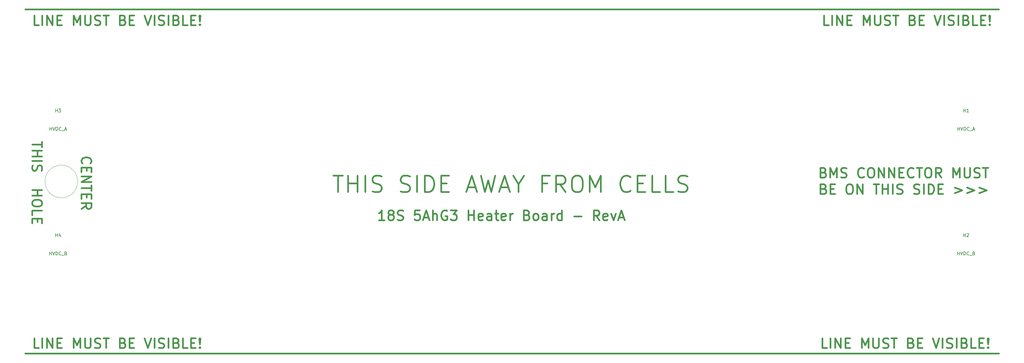
<source format=gto>
%TF.GenerationSoftware,KiCad,Pcbnew,(5.1.9-0-10_14)*%
%TF.CreationDate,2022-11-18T02:47:43-05:00*%
%TF.ProjectId,5AhG3-18S,35416847-332d-4313-9853-2e6b69636164,rev?*%
%TF.SameCoordinates,Original*%
%TF.FileFunction,Legend,Top*%
%TF.FilePolarity,Positive*%
%FSLAX46Y46*%
G04 Gerber Fmt 4.6, Leading zero omitted, Abs format (unit mm)*
G04 Created by KiCad (PCBNEW (5.1.9-0-10_14)) date 2022-11-18 02:47:43*
%MOMM*%
%LPD*%
G01*
G04 APERTURE LIST*
%ADD10C,0.150000*%
%ADD11C,0.500000*%
%ADD12C,0.120000*%
G04 APERTURE END LIST*
D10*
X81404761Y-158452380D02*
X81404761Y-157452380D01*
X81404761Y-157928571D02*
X81976190Y-157928571D01*
X81976190Y-158452380D02*
X81976190Y-157452380D01*
X82309523Y-157452380D02*
X82642857Y-158452380D01*
X82976190Y-157452380D01*
X83309523Y-158452380D02*
X83309523Y-157452380D01*
X83547619Y-157452380D01*
X83690476Y-157500000D01*
X83785714Y-157595238D01*
X83833333Y-157690476D01*
X83880952Y-157880952D01*
X83880952Y-158023809D01*
X83833333Y-158214285D01*
X83785714Y-158309523D01*
X83690476Y-158404761D01*
X83547619Y-158452380D01*
X83309523Y-158452380D01*
X84880952Y-158357142D02*
X84833333Y-158404761D01*
X84690476Y-158452380D01*
X84595238Y-158452380D01*
X84452380Y-158404761D01*
X84357142Y-158309523D01*
X84309523Y-158214285D01*
X84261904Y-158023809D01*
X84261904Y-157880952D01*
X84309523Y-157690476D01*
X84357142Y-157595238D01*
X84452380Y-157500000D01*
X84595238Y-157452380D01*
X84690476Y-157452380D01*
X84833333Y-157500000D01*
X84880952Y-157547619D01*
X85071428Y-158547619D02*
X85833333Y-158547619D01*
X86404761Y-157928571D02*
X86547619Y-157976190D01*
X86595238Y-158023809D01*
X86642857Y-158119047D01*
X86642857Y-158261904D01*
X86595238Y-158357142D01*
X86547619Y-158404761D01*
X86452380Y-158452380D01*
X86071428Y-158452380D01*
X86071428Y-157452380D01*
X86404761Y-157452380D01*
X86500000Y-157500000D01*
X86547619Y-157547619D01*
X86595238Y-157642857D01*
X86595238Y-157738095D01*
X86547619Y-157833333D01*
X86500000Y-157880952D01*
X86404761Y-157928571D01*
X86071428Y-157928571D01*
X357904761Y-158452380D02*
X357904761Y-157452380D01*
X357904761Y-157928571D02*
X358476190Y-157928571D01*
X358476190Y-158452380D02*
X358476190Y-157452380D01*
X358809523Y-157452380D02*
X359142857Y-158452380D01*
X359476190Y-157452380D01*
X359809523Y-158452380D02*
X359809523Y-157452380D01*
X360047619Y-157452380D01*
X360190476Y-157500000D01*
X360285714Y-157595238D01*
X360333333Y-157690476D01*
X360380952Y-157880952D01*
X360380952Y-158023809D01*
X360333333Y-158214285D01*
X360285714Y-158309523D01*
X360190476Y-158404761D01*
X360047619Y-158452380D01*
X359809523Y-158452380D01*
X361380952Y-158357142D02*
X361333333Y-158404761D01*
X361190476Y-158452380D01*
X361095238Y-158452380D01*
X360952380Y-158404761D01*
X360857142Y-158309523D01*
X360809523Y-158214285D01*
X360761904Y-158023809D01*
X360761904Y-157880952D01*
X360809523Y-157690476D01*
X360857142Y-157595238D01*
X360952380Y-157500000D01*
X361095238Y-157452380D01*
X361190476Y-157452380D01*
X361333333Y-157500000D01*
X361380952Y-157547619D01*
X361571428Y-158547619D02*
X362333333Y-158547619D01*
X362904761Y-157928571D02*
X363047619Y-157976190D01*
X363095238Y-158023809D01*
X363142857Y-158119047D01*
X363142857Y-158261904D01*
X363095238Y-158357142D01*
X363047619Y-158404761D01*
X362952380Y-158452380D01*
X362571428Y-158452380D01*
X362571428Y-157452380D01*
X362904761Y-157452380D01*
X363000000Y-157500000D01*
X363047619Y-157547619D01*
X363095238Y-157642857D01*
X363095238Y-157738095D01*
X363047619Y-157833333D01*
X363000000Y-157880952D01*
X362904761Y-157928571D01*
X362571428Y-157928571D01*
X357976190Y-120452380D02*
X357976190Y-119452380D01*
X357976190Y-119928571D02*
X358547619Y-119928571D01*
X358547619Y-120452380D02*
X358547619Y-119452380D01*
X358880952Y-119452380D02*
X359214285Y-120452380D01*
X359547619Y-119452380D01*
X359880952Y-120452380D02*
X359880952Y-119452380D01*
X360119047Y-119452380D01*
X360261904Y-119500000D01*
X360357142Y-119595238D01*
X360404761Y-119690476D01*
X360452380Y-119880952D01*
X360452380Y-120023809D01*
X360404761Y-120214285D01*
X360357142Y-120309523D01*
X360261904Y-120404761D01*
X360119047Y-120452380D01*
X359880952Y-120452380D01*
X361452380Y-120357142D02*
X361404761Y-120404761D01*
X361261904Y-120452380D01*
X361166666Y-120452380D01*
X361023809Y-120404761D01*
X360928571Y-120309523D01*
X360880952Y-120214285D01*
X360833333Y-120023809D01*
X360833333Y-119880952D01*
X360880952Y-119690476D01*
X360928571Y-119595238D01*
X361023809Y-119500000D01*
X361166666Y-119452380D01*
X361261904Y-119452380D01*
X361404761Y-119500000D01*
X361452380Y-119547619D01*
X361642857Y-120547619D02*
X362404761Y-120547619D01*
X362595238Y-120166666D02*
X363071428Y-120166666D01*
X362500000Y-120452380D02*
X362833333Y-119452380D01*
X363166666Y-120452380D01*
X81476190Y-120452380D02*
X81476190Y-119452380D01*
X81476190Y-119928571D02*
X82047619Y-119928571D01*
X82047619Y-120452380D02*
X82047619Y-119452380D01*
X82380952Y-119452380D02*
X82714285Y-120452380D01*
X83047619Y-119452380D01*
X83380952Y-120452380D02*
X83380952Y-119452380D01*
X83619047Y-119452380D01*
X83761904Y-119500000D01*
X83857142Y-119595238D01*
X83904761Y-119690476D01*
X83952380Y-119880952D01*
X83952380Y-120023809D01*
X83904761Y-120214285D01*
X83857142Y-120309523D01*
X83761904Y-120404761D01*
X83619047Y-120452380D01*
X83380952Y-120452380D01*
X84952380Y-120357142D02*
X84904761Y-120404761D01*
X84761904Y-120452380D01*
X84666666Y-120452380D01*
X84523809Y-120404761D01*
X84428571Y-120309523D01*
X84380952Y-120214285D01*
X84333333Y-120023809D01*
X84333333Y-119880952D01*
X84380952Y-119690476D01*
X84428571Y-119595238D01*
X84523809Y-119500000D01*
X84666666Y-119452380D01*
X84761904Y-119452380D01*
X84904761Y-119500000D01*
X84952380Y-119547619D01*
X85142857Y-120547619D02*
X85904761Y-120547619D01*
X86095238Y-120166666D02*
X86571428Y-120166666D01*
X86000000Y-120452380D02*
X86333333Y-119452380D01*
X86666666Y-120452380D01*
D11*
X167833333Y-134261904D02*
X170690476Y-134261904D01*
X169261904Y-139261904D02*
X169261904Y-134261904D01*
X172357142Y-139261904D02*
X172357142Y-134261904D01*
X172357142Y-136642857D02*
X175214285Y-136642857D01*
X175214285Y-139261904D02*
X175214285Y-134261904D01*
X177595238Y-139261904D02*
X177595238Y-134261904D01*
X179738095Y-139023809D02*
X180452380Y-139261904D01*
X181642857Y-139261904D01*
X182119047Y-139023809D01*
X182357142Y-138785714D01*
X182595238Y-138309523D01*
X182595238Y-137833333D01*
X182357142Y-137357142D01*
X182119047Y-137119047D01*
X181642857Y-136880952D01*
X180690476Y-136642857D01*
X180214285Y-136404761D01*
X179976190Y-136166666D01*
X179738095Y-135690476D01*
X179738095Y-135214285D01*
X179976190Y-134738095D01*
X180214285Y-134500000D01*
X180690476Y-134261904D01*
X181880952Y-134261904D01*
X182595238Y-134500000D01*
X188309523Y-139023809D02*
X189023809Y-139261904D01*
X190214285Y-139261904D01*
X190690476Y-139023809D01*
X190928571Y-138785714D01*
X191166666Y-138309523D01*
X191166666Y-137833333D01*
X190928571Y-137357142D01*
X190690476Y-137119047D01*
X190214285Y-136880952D01*
X189261904Y-136642857D01*
X188785714Y-136404761D01*
X188547619Y-136166666D01*
X188309523Y-135690476D01*
X188309523Y-135214285D01*
X188547619Y-134738095D01*
X188785714Y-134500000D01*
X189261904Y-134261904D01*
X190452380Y-134261904D01*
X191166666Y-134500000D01*
X193309523Y-139261904D02*
X193309523Y-134261904D01*
X195690476Y-139261904D02*
X195690476Y-134261904D01*
X196880952Y-134261904D01*
X197595238Y-134500000D01*
X198071428Y-134976190D01*
X198309523Y-135452380D01*
X198547619Y-136404761D01*
X198547619Y-137119047D01*
X198309523Y-138071428D01*
X198071428Y-138547619D01*
X197595238Y-139023809D01*
X196880952Y-139261904D01*
X195690476Y-139261904D01*
X200690476Y-136642857D02*
X202357142Y-136642857D01*
X203071428Y-139261904D02*
X200690476Y-139261904D01*
X200690476Y-134261904D01*
X203071428Y-134261904D01*
X208785714Y-137833333D02*
X211166666Y-137833333D01*
X208309523Y-139261904D02*
X209976190Y-134261904D01*
X211642857Y-139261904D01*
X212833333Y-134261904D02*
X214023809Y-139261904D01*
X214976190Y-135690476D01*
X215928571Y-139261904D01*
X217119047Y-134261904D01*
X218785714Y-137833333D02*
X221166666Y-137833333D01*
X218309523Y-139261904D02*
X219976190Y-134261904D01*
X221642857Y-139261904D01*
X224261904Y-136880952D02*
X224261904Y-139261904D01*
X222595238Y-134261904D02*
X224261904Y-136880952D01*
X225928571Y-134261904D01*
X233071428Y-136642857D02*
X231404761Y-136642857D01*
X231404761Y-139261904D02*
X231404761Y-134261904D01*
X233785714Y-134261904D01*
X238547619Y-139261904D02*
X236880952Y-136880952D01*
X235690476Y-139261904D02*
X235690476Y-134261904D01*
X237595238Y-134261904D01*
X238071428Y-134500000D01*
X238309523Y-134738095D01*
X238547619Y-135214285D01*
X238547619Y-135928571D01*
X238309523Y-136404761D01*
X238071428Y-136642857D01*
X237595238Y-136880952D01*
X235690476Y-136880952D01*
X241642857Y-134261904D02*
X242595238Y-134261904D01*
X243071428Y-134500000D01*
X243547619Y-134976190D01*
X243785714Y-135928571D01*
X243785714Y-137595238D01*
X243547619Y-138547619D01*
X243071428Y-139023809D01*
X242595238Y-139261904D01*
X241642857Y-139261904D01*
X241166666Y-139023809D01*
X240690476Y-138547619D01*
X240452380Y-137595238D01*
X240452380Y-135928571D01*
X240690476Y-134976190D01*
X241166666Y-134500000D01*
X241642857Y-134261904D01*
X245928571Y-139261904D02*
X245928571Y-134261904D01*
X247595238Y-137833333D01*
X249261904Y-134261904D01*
X249261904Y-139261904D01*
X258309523Y-138785714D02*
X258071428Y-139023809D01*
X257357142Y-139261904D01*
X256880952Y-139261904D01*
X256166666Y-139023809D01*
X255690476Y-138547619D01*
X255452380Y-138071428D01*
X255214285Y-137119047D01*
X255214285Y-136404761D01*
X255452380Y-135452380D01*
X255690476Y-134976190D01*
X256166666Y-134500000D01*
X256880952Y-134261904D01*
X257357142Y-134261904D01*
X258071428Y-134500000D01*
X258309523Y-134738095D01*
X260452380Y-136642857D02*
X262119047Y-136642857D01*
X262833333Y-139261904D02*
X260452380Y-139261904D01*
X260452380Y-134261904D01*
X262833333Y-134261904D01*
X267357142Y-139261904D02*
X264976190Y-139261904D01*
X264976190Y-134261904D01*
X271404761Y-139261904D02*
X269023809Y-139261904D01*
X269023809Y-134261904D01*
X272833333Y-139023809D02*
X273547619Y-139261904D01*
X274738095Y-139261904D01*
X275214285Y-139023809D01*
X275452380Y-138785714D01*
X275690476Y-138309523D01*
X275690476Y-137833333D01*
X275452380Y-137357142D01*
X275214285Y-137119047D01*
X274738095Y-136880952D01*
X273785714Y-136642857D01*
X273309523Y-136404761D01*
X273071428Y-136166666D01*
X272833333Y-135690476D01*
X272833333Y-135214285D01*
X273071428Y-134738095D01*
X273309523Y-134500000D01*
X273785714Y-134261904D01*
X274976190Y-134261904D01*
X275690476Y-134500000D01*
X183428571Y-147857142D02*
X181714285Y-147857142D01*
X182571428Y-147857142D02*
X182571428Y-144857142D01*
X182285714Y-145285714D01*
X182000000Y-145571428D01*
X181714285Y-145714285D01*
X185142857Y-146142857D02*
X184857142Y-146000000D01*
X184714285Y-145857142D01*
X184571428Y-145571428D01*
X184571428Y-145428571D01*
X184714285Y-145142857D01*
X184857142Y-145000000D01*
X185142857Y-144857142D01*
X185714285Y-144857142D01*
X186000000Y-145000000D01*
X186142857Y-145142857D01*
X186285714Y-145428571D01*
X186285714Y-145571428D01*
X186142857Y-145857142D01*
X186000000Y-146000000D01*
X185714285Y-146142857D01*
X185142857Y-146142857D01*
X184857142Y-146285714D01*
X184714285Y-146428571D01*
X184571428Y-146714285D01*
X184571428Y-147285714D01*
X184714285Y-147571428D01*
X184857142Y-147714285D01*
X185142857Y-147857142D01*
X185714285Y-147857142D01*
X186000000Y-147714285D01*
X186142857Y-147571428D01*
X186285714Y-147285714D01*
X186285714Y-146714285D01*
X186142857Y-146428571D01*
X186000000Y-146285714D01*
X185714285Y-146142857D01*
X187428571Y-147714285D02*
X187857142Y-147857142D01*
X188571428Y-147857142D01*
X188857142Y-147714285D01*
X189000000Y-147571428D01*
X189142857Y-147285714D01*
X189142857Y-147000000D01*
X189000000Y-146714285D01*
X188857142Y-146571428D01*
X188571428Y-146428571D01*
X188000000Y-146285714D01*
X187714285Y-146142857D01*
X187571428Y-146000000D01*
X187428571Y-145714285D01*
X187428571Y-145428571D01*
X187571428Y-145142857D01*
X187714285Y-145000000D01*
X188000000Y-144857142D01*
X188714285Y-144857142D01*
X189142857Y-145000000D01*
X194142857Y-144857142D02*
X192714285Y-144857142D01*
X192571428Y-146285714D01*
X192714285Y-146142857D01*
X193000000Y-146000000D01*
X193714285Y-146000000D01*
X194000000Y-146142857D01*
X194142857Y-146285714D01*
X194285714Y-146571428D01*
X194285714Y-147285714D01*
X194142857Y-147571428D01*
X194000000Y-147714285D01*
X193714285Y-147857142D01*
X193000000Y-147857142D01*
X192714285Y-147714285D01*
X192571428Y-147571428D01*
X195428571Y-147000000D02*
X196857142Y-147000000D01*
X195142857Y-147857142D02*
X196142857Y-144857142D01*
X197142857Y-147857142D01*
X198142857Y-147857142D02*
X198142857Y-144857142D01*
X199428571Y-147857142D02*
X199428571Y-146285714D01*
X199285714Y-146000000D01*
X199000000Y-145857142D01*
X198571428Y-145857142D01*
X198285714Y-146000000D01*
X198142857Y-146142857D01*
X202428571Y-145000000D02*
X202142857Y-144857142D01*
X201714285Y-144857142D01*
X201285714Y-145000000D01*
X201000000Y-145285714D01*
X200857142Y-145571428D01*
X200714285Y-146142857D01*
X200714285Y-146571428D01*
X200857142Y-147142857D01*
X201000000Y-147428571D01*
X201285714Y-147714285D01*
X201714285Y-147857142D01*
X202000000Y-147857142D01*
X202428571Y-147714285D01*
X202571428Y-147571428D01*
X202571428Y-146571428D01*
X202000000Y-146571428D01*
X203571428Y-144857142D02*
X205428571Y-144857142D01*
X204428571Y-146000000D01*
X204857142Y-146000000D01*
X205142857Y-146142857D01*
X205285714Y-146285714D01*
X205428571Y-146571428D01*
X205428571Y-147285714D01*
X205285714Y-147571428D01*
X205142857Y-147714285D01*
X204857142Y-147857142D01*
X204000000Y-147857142D01*
X203714285Y-147714285D01*
X203571428Y-147571428D01*
X209000000Y-147857142D02*
X209000000Y-144857142D01*
X209000000Y-146285714D02*
X210714285Y-146285714D01*
X210714285Y-147857142D02*
X210714285Y-144857142D01*
X213285714Y-147714285D02*
X213000000Y-147857142D01*
X212428571Y-147857142D01*
X212142857Y-147714285D01*
X212000000Y-147428571D01*
X212000000Y-146285714D01*
X212142857Y-146000000D01*
X212428571Y-145857142D01*
X213000000Y-145857142D01*
X213285714Y-146000000D01*
X213428571Y-146285714D01*
X213428571Y-146571428D01*
X212000000Y-146857142D01*
X216000000Y-147857142D02*
X216000000Y-146285714D01*
X215857142Y-146000000D01*
X215571428Y-145857142D01*
X215000000Y-145857142D01*
X214714285Y-146000000D01*
X216000000Y-147714285D02*
X215714285Y-147857142D01*
X215000000Y-147857142D01*
X214714285Y-147714285D01*
X214571428Y-147428571D01*
X214571428Y-147142857D01*
X214714285Y-146857142D01*
X215000000Y-146714285D01*
X215714285Y-146714285D01*
X216000000Y-146571428D01*
X217000000Y-145857142D02*
X218142857Y-145857142D01*
X217428571Y-144857142D02*
X217428571Y-147428571D01*
X217571428Y-147714285D01*
X217857142Y-147857142D01*
X218142857Y-147857142D01*
X220285714Y-147714285D02*
X220000000Y-147857142D01*
X219428571Y-147857142D01*
X219142857Y-147714285D01*
X219000000Y-147428571D01*
X219000000Y-146285714D01*
X219142857Y-146000000D01*
X219428571Y-145857142D01*
X220000000Y-145857142D01*
X220285714Y-146000000D01*
X220428571Y-146285714D01*
X220428571Y-146571428D01*
X219000000Y-146857142D01*
X221714285Y-147857142D02*
X221714285Y-145857142D01*
X221714285Y-146428571D02*
X221857142Y-146142857D01*
X222000000Y-146000000D01*
X222285714Y-145857142D01*
X222571428Y-145857142D01*
X226857142Y-146285714D02*
X227285714Y-146428571D01*
X227428571Y-146571428D01*
X227571428Y-146857142D01*
X227571428Y-147285714D01*
X227428571Y-147571428D01*
X227285714Y-147714285D01*
X227000000Y-147857142D01*
X225857142Y-147857142D01*
X225857142Y-144857142D01*
X226857142Y-144857142D01*
X227142857Y-145000000D01*
X227285714Y-145142857D01*
X227428571Y-145428571D01*
X227428571Y-145714285D01*
X227285714Y-146000000D01*
X227142857Y-146142857D01*
X226857142Y-146285714D01*
X225857142Y-146285714D01*
X229285714Y-147857142D02*
X229000000Y-147714285D01*
X228857142Y-147571428D01*
X228714285Y-147285714D01*
X228714285Y-146428571D01*
X228857142Y-146142857D01*
X229000000Y-146000000D01*
X229285714Y-145857142D01*
X229714285Y-145857142D01*
X230000000Y-146000000D01*
X230142857Y-146142857D01*
X230285714Y-146428571D01*
X230285714Y-147285714D01*
X230142857Y-147571428D01*
X230000000Y-147714285D01*
X229714285Y-147857142D01*
X229285714Y-147857142D01*
X232857142Y-147857142D02*
X232857142Y-146285714D01*
X232714285Y-146000000D01*
X232428571Y-145857142D01*
X231857142Y-145857142D01*
X231571428Y-146000000D01*
X232857142Y-147714285D02*
X232571428Y-147857142D01*
X231857142Y-147857142D01*
X231571428Y-147714285D01*
X231428571Y-147428571D01*
X231428571Y-147142857D01*
X231571428Y-146857142D01*
X231857142Y-146714285D01*
X232571428Y-146714285D01*
X232857142Y-146571428D01*
X234285714Y-147857142D02*
X234285714Y-145857142D01*
X234285714Y-146428571D02*
X234428571Y-146142857D01*
X234571428Y-146000000D01*
X234857142Y-145857142D01*
X235142857Y-145857142D01*
X237428571Y-147857142D02*
X237428571Y-144857142D01*
X237428571Y-147714285D02*
X237142857Y-147857142D01*
X236571428Y-147857142D01*
X236285714Y-147714285D01*
X236142857Y-147571428D01*
X236000000Y-147285714D01*
X236000000Y-146428571D01*
X236142857Y-146142857D01*
X236285714Y-146000000D01*
X236571428Y-145857142D01*
X237142857Y-145857142D01*
X237428571Y-146000000D01*
X241142857Y-146714285D02*
X243428571Y-146714285D01*
X248857142Y-147857142D02*
X247857142Y-146428571D01*
X247142857Y-147857142D02*
X247142857Y-144857142D01*
X248285714Y-144857142D01*
X248571428Y-145000000D01*
X248714285Y-145142857D01*
X248857142Y-145428571D01*
X248857142Y-145857142D01*
X248714285Y-146142857D01*
X248571428Y-146285714D01*
X248285714Y-146428571D01*
X247142857Y-146428571D01*
X251285714Y-147714285D02*
X251000000Y-147857142D01*
X250428571Y-147857142D01*
X250142857Y-147714285D01*
X250000000Y-147428571D01*
X250000000Y-146285714D01*
X250142857Y-146000000D01*
X250428571Y-145857142D01*
X251000000Y-145857142D01*
X251285714Y-146000000D01*
X251428571Y-146285714D01*
X251428571Y-146571428D01*
X250000000Y-146857142D01*
X252428571Y-145857142D02*
X253142857Y-147857142D01*
X253857142Y-145857142D01*
X254857142Y-147000000D02*
X256285714Y-147000000D01*
X254571428Y-147857142D02*
X255571428Y-144857142D01*
X256571428Y-147857142D01*
X317142857Y-133285714D02*
X317571428Y-133428571D01*
X317714285Y-133571428D01*
X317857142Y-133857142D01*
X317857142Y-134285714D01*
X317714285Y-134571428D01*
X317571428Y-134714285D01*
X317285714Y-134857142D01*
X316142857Y-134857142D01*
X316142857Y-131857142D01*
X317142857Y-131857142D01*
X317428571Y-132000000D01*
X317571428Y-132142857D01*
X317714285Y-132428571D01*
X317714285Y-132714285D01*
X317571428Y-133000000D01*
X317428571Y-133142857D01*
X317142857Y-133285714D01*
X316142857Y-133285714D01*
X319142857Y-134857142D02*
X319142857Y-131857142D01*
X320142857Y-134000000D01*
X321142857Y-131857142D01*
X321142857Y-134857142D01*
X322428571Y-134714285D02*
X322857142Y-134857142D01*
X323571428Y-134857142D01*
X323857142Y-134714285D01*
X324000000Y-134571428D01*
X324142857Y-134285714D01*
X324142857Y-134000000D01*
X324000000Y-133714285D01*
X323857142Y-133571428D01*
X323571428Y-133428571D01*
X323000000Y-133285714D01*
X322714285Y-133142857D01*
X322571428Y-133000000D01*
X322428571Y-132714285D01*
X322428571Y-132428571D01*
X322571428Y-132142857D01*
X322714285Y-132000000D01*
X323000000Y-131857142D01*
X323714285Y-131857142D01*
X324142857Y-132000000D01*
X329428571Y-134571428D02*
X329285714Y-134714285D01*
X328857142Y-134857142D01*
X328571428Y-134857142D01*
X328142857Y-134714285D01*
X327857142Y-134428571D01*
X327714285Y-134142857D01*
X327571428Y-133571428D01*
X327571428Y-133142857D01*
X327714285Y-132571428D01*
X327857142Y-132285714D01*
X328142857Y-132000000D01*
X328571428Y-131857142D01*
X328857142Y-131857142D01*
X329285714Y-132000000D01*
X329428571Y-132142857D01*
X331285714Y-131857142D02*
X331857142Y-131857142D01*
X332142857Y-132000000D01*
X332428571Y-132285714D01*
X332571428Y-132857142D01*
X332571428Y-133857142D01*
X332428571Y-134428571D01*
X332142857Y-134714285D01*
X331857142Y-134857142D01*
X331285714Y-134857142D01*
X331000000Y-134714285D01*
X330714285Y-134428571D01*
X330571428Y-133857142D01*
X330571428Y-132857142D01*
X330714285Y-132285714D01*
X331000000Y-132000000D01*
X331285714Y-131857142D01*
X333857142Y-134857142D02*
X333857142Y-131857142D01*
X335571428Y-134857142D01*
X335571428Y-131857142D01*
X337000000Y-134857142D02*
X337000000Y-131857142D01*
X338714285Y-134857142D01*
X338714285Y-131857142D01*
X340142857Y-133285714D02*
X341142857Y-133285714D01*
X341571428Y-134857142D02*
X340142857Y-134857142D01*
X340142857Y-131857142D01*
X341571428Y-131857142D01*
X344571428Y-134571428D02*
X344428571Y-134714285D01*
X344000000Y-134857142D01*
X343714285Y-134857142D01*
X343285714Y-134714285D01*
X343000000Y-134428571D01*
X342857142Y-134142857D01*
X342714285Y-133571428D01*
X342714285Y-133142857D01*
X342857142Y-132571428D01*
X343000000Y-132285714D01*
X343285714Y-132000000D01*
X343714285Y-131857142D01*
X344000000Y-131857142D01*
X344428571Y-132000000D01*
X344571428Y-132142857D01*
X345428571Y-131857142D02*
X347142857Y-131857142D01*
X346285714Y-134857142D02*
X346285714Y-131857142D01*
X348714285Y-131857142D02*
X349285714Y-131857142D01*
X349571428Y-132000000D01*
X349857142Y-132285714D01*
X350000000Y-132857142D01*
X350000000Y-133857142D01*
X349857142Y-134428571D01*
X349571428Y-134714285D01*
X349285714Y-134857142D01*
X348714285Y-134857142D01*
X348428571Y-134714285D01*
X348142857Y-134428571D01*
X347999999Y-133857142D01*
X347999999Y-132857142D01*
X348142857Y-132285714D01*
X348428571Y-132000000D01*
X348714285Y-131857142D01*
X352999999Y-134857142D02*
X351999999Y-133428571D01*
X351285714Y-134857142D02*
X351285714Y-131857142D01*
X352428571Y-131857142D01*
X352714285Y-132000000D01*
X352857142Y-132142857D01*
X352999999Y-132428571D01*
X352999999Y-132857142D01*
X352857142Y-133142857D01*
X352714285Y-133285714D01*
X352428571Y-133428571D01*
X351285714Y-133428571D01*
X356571428Y-134857142D02*
X356571428Y-131857142D01*
X357571428Y-134000000D01*
X358571428Y-131857142D01*
X358571428Y-134857142D01*
X359999999Y-131857142D02*
X359999999Y-134285714D01*
X360142857Y-134571428D01*
X360285714Y-134714285D01*
X360571428Y-134857142D01*
X361142857Y-134857142D01*
X361428571Y-134714285D01*
X361571428Y-134571428D01*
X361714285Y-134285714D01*
X361714285Y-131857142D01*
X362999999Y-134714285D02*
X363428571Y-134857142D01*
X364142857Y-134857142D01*
X364428571Y-134714285D01*
X364571428Y-134571428D01*
X364714285Y-134285714D01*
X364714285Y-134000000D01*
X364571428Y-133714285D01*
X364428571Y-133571428D01*
X364142857Y-133428571D01*
X363571428Y-133285714D01*
X363285714Y-133142857D01*
X363142857Y-133000000D01*
X362999999Y-132714285D01*
X362999999Y-132428571D01*
X363142857Y-132142857D01*
X363285714Y-132000000D01*
X363571428Y-131857142D01*
X364285714Y-131857142D01*
X364714285Y-132000000D01*
X365571428Y-131857142D02*
X367285714Y-131857142D01*
X366428571Y-134857142D02*
X366428571Y-131857142D01*
X317214285Y-138285714D02*
X317642857Y-138428571D01*
X317785714Y-138571428D01*
X317928571Y-138857142D01*
X317928571Y-139285714D01*
X317785714Y-139571428D01*
X317642857Y-139714285D01*
X317357142Y-139857142D01*
X316214285Y-139857142D01*
X316214285Y-136857142D01*
X317214285Y-136857142D01*
X317500000Y-137000000D01*
X317642857Y-137142857D01*
X317785714Y-137428571D01*
X317785714Y-137714285D01*
X317642857Y-138000000D01*
X317500000Y-138142857D01*
X317214285Y-138285714D01*
X316214285Y-138285714D01*
X319214285Y-138285714D02*
X320214285Y-138285714D01*
X320642857Y-139857142D02*
X319214285Y-139857142D01*
X319214285Y-136857142D01*
X320642857Y-136857142D01*
X324785714Y-136857142D02*
X325357142Y-136857142D01*
X325642857Y-137000000D01*
X325928571Y-137285714D01*
X326071428Y-137857142D01*
X326071428Y-138857142D01*
X325928571Y-139428571D01*
X325642857Y-139714285D01*
X325357142Y-139857142D01*
X324785714Y-139857142D01*
X324500000Y-139714285D01*
X324214285Y-139428571D01*
X324071428Y-138857142D01*
X324071428Y-137857142D01*
X324214285Y-137285714D01*
X324500000Y-137000000D01*
X324785714Y-136857142D01*
X327357142Y-139857142D02*
X327357142Y-136857142D01*
X329071428Y-139857142D01*
X329071428Y-136857142D01*
X332357142Y-136857142D02*
X334071428Y-136857142D01*
X333214285Y-139857142D02*
X333214285Y-136857142D01*
X335071428Y-139857142D02*
X335071428Y-136857142D01*
X335071428Y-138285714D02*
X336785714Y-138285714D01*
X336785714Y-139857142D02*
X336785714Y-136857142D01*
X338214285Y-139857142D02*
X338214285Y-136857142D01*
X339500000Y-139714285D02*
X339928571Y-139857142D01*
X340642857Y-139857142D01*
X340928571Y-139714285D01*
X341071428Y-139571428D01*
X341214285Y-139285714D01*
X341214285Y-139000000D01*
X341071428Y-138714285D01*
X340928571Y-138571428D01*
X340642857Y-138428571D01*
X340071428Y-138285714D01*
X339785714Y-138142857D01*
X339642857Y-138000000D01*
X339500000Y-137714285D01*
X339500000Y-137428571D01*
X339642857Y-137142857D01*
X339785714Y-137000000D01*
X340071428Y-136857142D01*
X340785714Y-136857142D01*
X341214285Y-137000000D01*
X344642857Y-139714285D02*
X345071428Y-139857142D01*
X345785714Y-139857142D01*
X346071428Y-139714285D01*
X346214285Y-139571428D01*
X346357142Y-139285714D01*
X346357142Y-139000000D01*
X346214285Y-138714285D01*
X346071428Y-138571428D01*
X345785714Y-138428571D01*
X345214285Y-138285714D01*
X344928571Y-138142857D01*
X344785714Y-138000000D01*
X344642857Y-137714285D01*
X344642857Y-137428571D01*
X344785714Y-137142857D01*
X344928571Y-137000000D01*
X345214285Y-136857142D01*
X345928571Y-136857142D01*
X346357142Y-137000000D01*
X347642857Y-139857142D02*
X347642857Y-136857142D01*
X349071428Y-139857142D02*
X349071428Y-136857142D01*
X349785714Y-136857142D01*
X350214285Y-137000000D01*
X350500000Y-137285714D01*
X350642857Y-137571428D01*
X350785714Y-138142857D01*
X350785714Y-138571428D01*
X350642857Y-139142857D01*
X350500000Y-139428571D01*
X350214285Y-139714285D01*
X349785714Y-139857142D01*
X349071428Y-139857142D01*
X352071428Y-138285714D02*
X353071428Y-138285714D01*
X353500000Y-139857142D02*
X352071428Y-139857142D01*
X352071428Y-136857142D01*
X353500000Y-136857142D01*
X357071428Y-137857142D02*
X359357142Y-138714285D01*
X357071428Y-139571428D01*
X360785714Y-137857142D02*
X363071428Y-138714285D01*
X360785714Y-139571428D01*
X364500000Y-137857142D02*
X366785714Y-138714285D01*
X364500000Y-139571428D01*
X78214285Y-186857142D02*
X76785714Y-186857142D01*
X76785714Y-183857142D01*
X79214285Y-186857142D02*
X79214285Y-183857142D01*
X80642857Y-186857142D02*
X80642857Y-183857142D01*
X82357142Y-186857142D01*
X82357142Y-183857142D01*
X83785714Y-185285714D02*
X84785714Y-185285714D01*
X85214285Y-186857142D02*
X83785714Y-186857142D01*
X83785714Y-183857142D01*
X85214285Y-183857142D01*
X88785714Y-186857142D02*
X88785714Y-183857142D01*
X89785714Y-186000000D01*
X90785714Y-183857142D01*
X90785714Y-186857142D01*
X92214285Y-183857142D02*
X92214285Y-186285714D01*
X92357142Y-186571428D01*
X92500000Y-186714285D01*
X92785714Y-186857142D01*
X93357142Y-186857142D01*
X93642857Y-186714285D01*
X93785714Y-186571428D01*
X93928571Y-186285714D01*
X93928571Y-183857142D01*
X95214285Y-186714285D02*
X95642857Y-186857142D01*
X96357142Y-186857142D01*
X96642857Y-186714285D01*
X96785714Y-186571428D01*
X96928571Y-186285714D01*
X96928571Y-186000000D01*
X96785714Y-185714285D01*
X96642857Y-185571428D01*
X96357142Y-185428571D01*
X95785714Y-185285714D01*
X95500000Y-185142857D01*
X95357142Y-185000000D01*
X95214285Y-184714285D01*
X95214285Y-184428571D01*
X95357142Y-184142857D01*
X95500000Y-184000000D01*
X95785714Y-183857142D01*
X96500000Y-183857142D01*
X96928571Y-184000000D01*
X97785714Y-183857142D02*
X99500000Y-183857142D01*
X98642857Y-186857142D02*
X98642857Y-183857142D01*
X103785714Y-185285714D02*
X104214285Y-185428571D01*
X104357142Y-185571428D01*
X104500000Y-185857142D01*
X104500000Y-186285714D01*
X104357142Y-186571428D01*
X104214285Y-186714285D01*
X103928571Y-186857142D01*
X102785714Y-186857142D01*
X102785714Y-183857142D01*
X103785714Y-183857142D01*
X104071428Y-184000000D01*
X104214285Y-184142857D01*
X104357142Y-184428571D01*
X104357142Y-184714285D01*
X104214285Y-185000000D01*
X104071428Y-185142857D01*
X103785714Y-185285714D01*
X102785714Y-185285714D01*
X105785714Y-185285714D02*
X106785714Y-185285714D01*
X107214285Y-186857142D02*
X105785714Y-186857142D01*
X105785714Y-183857142D01*
X107214285Y-183857142D01*
X110357142Y-183857142D02*
X111357142Y-186857142D01*
X112357142Y-183857142D01*
X113357142Y-186857142D02*
X113357142Y-183857142D01*
X114642857Y-186714285D02*
X115071428Y-186857142D01*
X115785714Y-186857142D01*
X116071428Y-186714285D01*
X116214285Y-186571428D01*
X116357142Y-186285714D01*
X116357142Y-186000000D01*
X116214285Y-185714285D01*
X116071428Y-185571428D01*
X115785714Y-185428571D01*
X115214285Y-185285714D01*
X114928571Y-185142857D01*
X114785714Y-185000000D01*
X114642857Y-184714285D01*
X114642857Y-184428571D01*
X114785714Y-184142857D01*
X114928571Y-184000000D01*
X115214285Y-183857142D01*
X115928571Y-183857142D01*
X116357142Y-184000000D01*
X117642857Y-186857142D02*
X117642857Y-183857142D01*
X120071428Y-185285714D02*
X120500000Y-185428571D01*
X120642857Y-185571428D01*
X120785714Y-185857142D01*
X120785714Y-186285714D01*
X120642857Y-186571428D01*
X120500000Y-186714285D01*
X120214285Y-186857142D01*
X119071428Y-186857142D01*
X119071428Y-183857142D01*
X120071428Y-183857142D01*
X120357142Y-184000000D01*
X120500000Y-184142857D01*
X120642857Y-184428571D01*
X120642857Y-184714285D01*
X120500000Y-185000000D01*
X120357142Y-185142857D01*
X120071428Y-185285714D01*
X119071428Y-185285714D01*
X123500000Y-186857142D02*
X122071428Y-186857142D01*
X122071428Y-183857142D01*
X124500000Y-185285714D02*
X125500000Y-185285714D01*
X125928571Y-186857142D02*
X124500000Y-186857142D01*
X124500000Y-183857142D01*
X125928571Y-183857142D01*
X127214285Y-186571428D02*
X127357142Y-186714285D01*
X127214285Y-186857142D01*
X127071428Y-186714285D01*
X127214285Y-186571428D01*
X127214285Y-186857142D01*
X127214285Y-185714285D02*
X127071428Y-184000000D01*
X127214285Y-183857142D01*
X127357142Y-184000000D01*
X127214285Y-185714285D01*
X127214285Y-183857142D01*
X318214285Y-186857142D02*
X316785714Y-186857142D01*
X316785714Y-183857142D01*
X319214285Y-186857142D02*
X319214285Y-183857142D01*
X320642857Y-186857142D02*
X320642857Y-183857142D01*
X322357142Y-186857142D01*
X322357142Y-183857142D01*
X323785714Y-185285714D02*
X324785714Y-185285714D01*
X325214285Y-186857142D02*
X323785714Y-186857142D01*
X323785714Y-183857142D01*
X325214285Y-183857142D01*
X328785714Y-186857142D02*
X328785714Y-183857142D01*
X329785714Y-186000000D01*
X330785714Y-183857142D01*
X330785714Y-186857142D01*
X332214285Y-183857142D02*
X332214285Y-186285714D01*
X332357142Y-186571428D01*
X332500000Y-186714285D01*
X332785714Y-186857142D01*
X333357142Y-186857142D01*
X333642857Y-186714285D01*
X333785714Y-186571428D01*
X333928571Y-186285714D01*
X333928571Y-183857142D01*
X335214285Y-186714285D02*
X335642857Y-186857142D01*
X336357142Y-186857142D01*
X336642857Y-186714285D01*
X336785714Y-186571428D01*
X336928571Y-186285714D01*
X336928571Y-186000000D01*
X336785714Y-185714285D01*
X336642857Y-185571428D01*
X336357142Y-185428571D01*
X335785714Y-185285714D01*
X335500000Y-185142857D01*
X335357142Y-185000000D01*
X335214285Y-184714285D01*
X335214285Y-184428571D01*
X335357142Y-184142857D01*
X335500000Y-184000000D01*
X335785714Y-183857142D01*
X336500000Y-183857142D01*
X336928571Y-184000000D01*
X337785714Y-183857142D02*
X339500000Y-183857142D01*
X338642857Y-186857142D02*
X338642857Y-183857142D01*
X343785714Y-185285714D02*
X344214285Y-185428571D01*
X344357142Y-185571428D01*
X344500000Y-185857142D01*
X344500000Y-186285714D01*
X344357142Y-186571428D01*
X344214285Y-186714285D01*
X343928571Y-186857142D01*
X342785714Y-186857142D01*
X342785714Y-183857142D01*
X343785714Y-183857142D01*
X344071428Y-184000000D01*
X344214285Y-184142857D01*
X344357142Y-184428571D01*
X344357142Y-184714285D01*
X344214285Y-185000000D01*
X344071428Y-185142857D01*
X343785714Y-185285714D01*
X342785714Y-185285714D01*
X345785714Y-185285714D02*
X346785714Y-185285714D01*
X347214285Y-186857142D02*
X345785714Y-186857142D01*
X345785714Y-183857142D01*
X347214285Y-183857142D01*
X350357142Y-183857142D02*
X351357142Y-186857142D01*
X352357142Y-183857142D01*
X353357142Y-186857142D02*
X353357142Y-183857142D01*
X354642857Y-186714285D02*
X355071428Y-186857142D01*
X355785714Y-186857142D01*
X356071428Y-186714285D01*
X356214285Y-186571428D01*
X356357142Y-186285714D01*
X356357142Y-186000000D01*
X356214285Y-185714285D01*
X356071428Y-185571428D01*
X355785714Y-185428571D01*
X355214285Y-185285714D01*
X354928571Y-185142857D01*
X354785714Y-185000000D01*
X354642857Y-184714285D01*
X354642857Y-184428571D01*
X354785714Y-184142857D01*
X354928571Y-184000000D01*
X355214285Y-183857142D01*
X355928571Y-183857142D01*
X356357142Y-184000000D01*
X357642857Y-186857142D02*
X357642857Y-183857142D01*
X360071428Y-185285714D02*
X360500000Y-185428571D01*
X360642857Y-185571428D01*
X360785714Y-185857142D01*
X360785714Y-186285714D01*
X360642857Y-186571428D01*
X360500000Y-186714285D01*
X360214285Y-186857142D01*
X359071428Y-186857142D01*
X359071428Y-183857142D01*
X360071428Y-183857142D01*
X360357142Y-184000000D01*
X360500000Y-184142857D01*
X360642857Y-184428571D01*
X360642857Y-184714285D01*
X360500000Y-185000000D01*
X360357142Y-185142857D01*
X360071428Y-185285714D01*
X359071428Y-185285714D01*
X363500000Y-186857142D02*
X362071428Y-186857142D01*
X362071428Y-183857142D01*
X364500000Y-185285714D02*
X365500000Y-185285714D01*
X365928571Y-186857142D02*
X364500000Y-186857142D01*
X364500000Y-183857142D01*
X365928571Y-183857142D01*
X367214285Y-186571428D02*
X367357142Y-186714285D01*
X367214285Y-186857142D01*
X367071428Y-186714285D01*
X367214285Y-186571428D01*
X367214285Y-186857142D01*
X367214285Y-185714285D02*
X367071428Y-184000000D01*
X367214285Y-183857142D01*
X367357142Y-184000000D01*
X367214285Y-185714285D01*
X367214285Y-183857142D01*
X318714285Y-88357142D02*
X317285714Y-88357142D01*
X317285714Y-85357142D01*
X319714285Y-88357142D02*
X319714285Y-85357142D01*
X321142857Y-88357142D02*
X321142857Y-85357142D01*
X322857142Y-88357142D01*
X322857142Y-85357142D01*
X324285714Y-86785714D02*
X325285714Y-86785714D01*
X325714285Y-88357142D02*
X324285714Y-88357142D01*
X324285714Y-85357142D01*
X325714285Y-85357142D01*
X329285714Y-88357142D02*
X329285714Y-85357142D01*
X330285714Y-87500000D01*
X331285714Y-85357142D01*
X331285714Y-88357142D01*
X332714285Y-85357142D02*
X332714285Y-87785714D01*
X332857142Y-88071428D01*
X333000000Y-88214285D01*
X333285714Y-88357142D01*
X333857142Y-88357142D01*
X334142857Y-88214285D01*
X334285714Y-88071428D01*
X334428571Y-87785714D01*
X334428571Y-85357142D01*
X335714285Y-88214285D02*
X336142857Y-88357142D01*
X336857142Y-88357142D01*
X337142857Y-88214285D01*
X337285714Y-88071428D01*
X337428571Y-87785714D01*
X337428571Y-87500000D01*
X337285714Y-87214285D01*
X337142857Y-87071428D01*
X336857142Y-86928571D01*
X336285714Y-86785714D01*
X336000000Y-86642857D01*
X335857142Y-86500000D01*
X335714285Y-86214285D01*
X335714285Y-85928571D01*
X335857142Y-85642857D01*
X336000000Y-85500000D01*
X336285714Y-85357142D01*
X337000000Y-85357142D01*
X337428571Y-85500000D01*
X338285714Y-85357142D02*
X340000000Y-85357142D01*
X339142857Y-88357142D02*
X339142857Y-85357142D01*
X344285714Y-86785714D02*
X344714285Y-86928571D01*
X344857142Y-87071428D01*
X345000000Y-87357142D01*
X345000000Y-87785714D01*
X344857142Y-88071428D01*
X344714285Y-88214285D01*
X344428571Y-88357142D01*
X343285714Y-88357142D01*
X343285714Y-85357142D01*
X344285714Y-85357142D01*
X344571428Y-85500000D01*
X344714285Y-85642857D01*
X344857142Y-85928571D01*
X344857142Y-86214285D01*
X344714285Y-86500000D01*
X344571428Y-86642857D01*
X344285714Y-86785714D01*
X343285714Y-86785714D01*
X346285714Y-86785714D02*
X347285714Y-86785714D01*
X347714285Y-88357142D02*
X346285714Y-88357142D01*
X346285714Y-85357142D01*
X347714285Y-85357142D01*
X350857142Y-85357142D02*
X351857142Y-88357142D01*
X352857142Y-85357142D01*
X353857142Y-88357142D02*
X353857142Y-85357142D01*
X355142857Y-88214285D02*
X355571428Y-88357142D01*
X356285714Y-88357142D01*
X356571428Y-88214285D01*
X356714285Y-88071428D01*
X356857142Y-87785714D01*
X356857142Y-87500000D01*
X356714285Y-87214285D01*
X356571428Y-87071428D01*
X356285714Y-86928571D01*
X355714285Y-86785714D01*
X355428571Y-86642857D01*
X355285714Y-86500000D01*
X355142857Y-86214285D01*
X355142857Y-85928571D01*
X355285714Y-85642857D01*
X355428571Y-85500000D01*
X355714285Y-85357142D01*
X356428571Y-85357142D01*
X356857142Y-85500000D01*
X358142857Y-88357142D02*
X358142857Y-85357142D01*
X360571428Y-86785714D02*
X361000000Y-86928571D01*
X361142857Y-87071428D01*
X361285714Y-87357142D01*
X361285714Y-87785714D01*
X361142857Y-88071428D01*
X361000000Y-88214285D01*
X360714285Y-88357142D01*
X359571428Y-88357142D01*
X359571428Y-85357142D01*
X360571428Y-85357142D01*
X360857142Y-85500000D01*
X361000000Y-85642857D01*
X361142857Y-85928571D01*
X361142857Y-86214285D01*
X361000000Y-86500000D01*
X360857142Y-86642857D01*
X360571428Y-86785714D01*
X359571428Y-86785714D01*
X364000000Y-88357142D02*
X362571428Y-88357142D01*
X362571428Y-85357142D01*
X365000000Y-86785714D02*
X366000000Y-86785714D01*
X366428571Y-88357142D02*
X365000000Y-88357142D01*
X365000000Y-85357142D01*
X366428571Y-85357142D01*
X367714285Y-88071428D02*
X367857142Y-88214285D01*
X367714285Y-88357142D01*
X367571428Y-88214285D01*
X367714285Y-88071428D01*
X367714285Y-88357142D01*
X367714285Y-87214285D02*
X367571428Y-85500000D01*
X367714285Y-85357142D01*
X367857142Y-85500000D01*
X367714285Y-87214285D01*
X367714285Y-85357142D01*
X78214285Y-88357142D02*
X76785714Y-88357142D01*
X76785714Y-85357142D01*
X79214285Y-88357142D02*
X79214285Y-85357142D01*
X80642857Y-88357142D02*
X80642857Y-85357142D01*
X82357142Y-88357142D01*
X82357142Y-85357142D01*
X83785714Y-86785714D02*
X84785714Y-86785714D01*
X85214285Y-88357142D02*
X83785714Y-88357142D01*
X83785714Y-85357142D01*
X85214285Y-85357142D01*
X88785714Y-88357142D02*
X88785714Y-85357142D01*
X89785714Y-87500000D01*
X90785714Y-85357142D01*
X90785714Y-88357142D01*
X92214285Y-85357142D02*
X92214285Y-87785714D01*
X92357142Y-88071428D01*
X92500000Y-88214285D01*
X92785714Y-88357142D01*
X93357142Y-88357142D01*
X93642857Y-88214285D01*
X93785714Y-88071428D01*
X93928571Y-87785714D01*
X93928571Y-85357142D01*
X95214285Y-88214285D02*
X95642857Y-88357142D01*
X96357142Y-88357142D01*
X96642857Y-88214285D01*
X96785714Y-88071428D01*
X96928571Y-87785714D01*
X96928571Y-87500000D01*
X96785714Y-87214285D01*
X96642857Y-87071428D01*
X96357142Y-86928571D01*
X95785714Y-86785714D01*
X95500000Y-86642857D01*
X95357142Y-86500000D01*
X95214285Y-86214285D01*
X95214285Y-85928571D01*
X95357142Y-85642857D01*
X95500000Y-85500000D01*
X95785714Y-85357142D01*
X96500000Y-85357142D01*
X96928571Y-85500000D01*
X97785714Y-85357142D02*
X99500000Y-85357142D01*
X98642857Y-88357142D02*
X98642857Y-85357142D01*
X103785714Y-86785714D02*
X104214285Y-86928571D01*
X104357142Y-87071428D01*
X104500000Y-87357142D01*
X104500000Y-87785714D01*
X104357142Y-88071428D01*
X104214285Y-88214285D01*
X103928571Y-88357142D01*
X102785714Y-88357142D01*
X102785714Y-85357142D01*
X103785714Y-85357142D01*
X104071428Y-85500000D01*
X104214285Y-85642857D01*
X104357142Y-85928571D01*
X104357142Y-86214285D01*
X104214285Y-86500000D01*
X104071428Y-86642857D01*
X103785714Y-86785714D01*
X102785714Y-86785714D01*
X105785714Y-86785714D02*
X106785714Y-86785714D01*
X107214285Y-88357142D02*
X105785714Y-88357142D01*
X105785714Y-85357142D01*
X107214285Y-85357142D01*
X110357142Y-85357142D02*
X111357142Y-88357142D01*
X112357142Y-85357142D01*
X113357142Y-88357142D02*
X113357142Y-85357142D01*
X114642857Y-88214285D02*
X115071428Y-88357142D01*
X115785714Y-88357142D01*
X116071428Y-88214285D01*
X116214285Y-88071428D01*
X116357142Y-87785714D01*
X116357142Y-87500000D01*
X116214285Y-87214285D01*
X116071428Y-87071428D01*
X115785714Y-86928571D01*
X115214285Y-86785714D01*
X114928571Y-86642857D01*
X114785714Y-86500000D01*
X114642857Y-86214285D01*
X114642857Y-85928571D01*
X114785714Y-85642857D01*
X114928571Y-85500000D01*
X115214285Y-85357142D01*
X115928571Y-85357142D01*
X116357142Y-85500000D01*
X117642857Y-88357142D02*
X117642857Y-85357142D01*
X120071428Y-86785714D02*
X120500000Y-86928571D01*
X120642857Y-87071428D01*
X120785714Y-87357142D01*
X120785714Y-87785714D01*
X120642857Y-88071428D01*
X120500000Y-88214285D01*
X120214285Y-88357142D01*
X119071428Y-88357142D01*
X119071428Y-85357142D01*
X120071428Y-85357142D01*
X120357142Y-85500000D01*
X120500000Y-85642857D01*
X120642857Y-85928571D01*
X120642857Y-86214285D01*
X120500000Y-86500000D01*
X120357142Y-86642857D01*
X120071428Y-86785714D01*
X119071428Y-86785714D01*
X123500000Y-88357142D02*
X122071428Y-88357142D01*
X122071428Y-85357142D01*
X124500000Y-86785714D02*
X125500000Y-86785714D01*
X125928571Y-88357142D02*
X124500000Y-88357142D01*
X124500000Y-85357142D01*
X125928571Y-85357142D01*
X127214285Y-88071428D02*
X127357142Y-88214285D01*
X127214285Y-88357142D01*
X127071428Y-88214285D01*
X127214285Y-88071428D01*
X127214285Y-88357142D01*
X127214285Y-87214285D02*
X127071428Y-85500000D01*
X127214285Y-85357142D01*
X127357142Y-85500000D01*
X127214285Y-87214285D01*
X127214285Y-85357142D01*
X370500000Y-188500000D02*
X74000000Y-188500000D01*
X74000000Y-83500000D02*
X370500000Y-83500000D01*
D12*
X90000000Y-136000000D02*
G75*
G03*
X90000000Y-136000000I-5000000J0D01*
G01*
D11*
X91428571Y-130500000D02*
X91285714Y-130357142D01*
X91142857Y-129928571D01*
X91142857Y-129642857D01*
X91285714Y-129214285D01*
X91571428Y-128928571D01*
X91857142Y-128785714D01*
X92428571Y-128642857D01*
X92857142Y-128642857D01*
X93428571Y-128785714D01*
X93714285Y-128928571D01*
X94000000Y-129214285D01*
X94142857Y-129642857D01*
X94142857Y-129928571D01*
X94000000Y-130357142D01*
X93857142Y-130500000D01*
X92714285Y-131785714D02*
X92714285Y-132785714D01*
X91142857Y-133214285D02*
X91142857Y-131785714D01*
X94142857Y-131785714D01*
X94142857Y-133214285D01*
X91142857Y-134500000D02*
X94142857Y-134500000D01*
X91142857Y-136214285D01*
X94142857Y-136214285D01*
X94142857Y-137214285D02*
X94142857Y-138928571D01*
X91142857Y-138071428D02*
X94142857Y-138071428D01*
X92714285Y-139928571D02*
X92714285Y-140928571D01*
X91142857Y-141357142D02*
X91142857Y-139928571D01*
X94142857Y-139928571D01*
X94142857Y-141357142D01*
X91142857Y-144357142D02*
X92571428Y-143357142D01*
X91142857Y-142642857D02*
X94142857Y-142642857D01*
X94142857Y-143785714D01*
X94000000Y-144071428D01*
X93857142Y-144214285D01*
X93571428Y-144357142D01*
X93142857Y-144357142D01*
X92857142Y-144214285D01*
X92714285Y-144071428D01*
X92571428Y-143785714D01*
X92571428Y-142642857D01*
X79142857Y-123928571D02*
X79142857Y-125642857D01*
X76142857Y-124785714D02*
X79142857Y-124785714D01*
X76142857Y-126642857D02*
X79142857Y-126642857D01*
X77714285Y-126642857D02*
X77714285Y-128357142D01*
X76142857Y-128357142D02*
X79142857Y-128357142D01*
X76142857Y-129785714D02*
X79142857Y-129785714D01*
X76285714Y-131071428D02*
X76142857Y-131500000D01*
X76142857Y-132214285D01*
X76285714Y-132500000D01*
X76428571Y-132642857D01*
X76714285Y-132785714D01*
X77000000Y-132785714D01*
X77285714Y-132642857D01*
X77428571Y-132500000D01*
X77571428Y-132214285D01*
X77714285Y-131642857D01*
X77857142Y-131357142D01*
X78000000Y-131214285D01*
X78285714Y-131071428D01*
X78571428Y-131071428D01*
X78857142Y-131214285D01*
X79000000Y-131357142D01*
X79142857Y-131642857D01*
X79142857Y-132357142D01*
X79000000Y-132785714D01*
X76142857Y-138642857D02*
X79142857Y-138642857D01*
X77714285Y-138642857D02*
X77714285Y-140357142D01*
X76142857Y-140357142D02*
X79142857Y-140357142D01*
X79142857Y-142357142D02*
X79142857Y-142928571D01*
X79000000Y-143214285D01*
X78714285Y-143500000D01*
X78142857Y-143642857D01*
X77142857Y-143642857D01*
X76571428Y-143500000D01*
X76285714Y-143214285D01*
X76142857Y-142928571D01*
X76142857Y-142357142D01*
X76285714Y-142071428D01*
X76571428Y-141785714D01*
X77142857Y-141642857D01*
X78142857Y-141642857D01*
X78714285Y-141785714D01*
X79000000Y-142071428D01*
X79142857Y-142357142D01*
X76142857Y-146357142D02*
X76142857Y-144928571D01*
X79142857Y-144928571D01*
X77714285Y-147357142D02*
X77714285Y-148357142D01*
X76142857Y-148785714D02*
X76142857Y-147357142D01*
X79142857Y-147357142D01*
X79142857Y-148785714D01*
%TO.C,H1*%
D10*
X359738095Y-114872380D02*
X359738095Y-113872380D01*
X359738095Y-114348571D02*
X360309523Y-114348571D01*
X360309523Y-114872380D02*
X360309523Y-113872380D01*
X361309523Y-114872380D02*
X360738095Y-114872380D01*
X361023809Y-114872380D02*
X361023809Y-113872380D01*
X360928571Y-114015238D01*
X360833333Y-114110476D01*
X360738095Y-114158095D01*
%TO.C,H2*%
X359738095Y-152872380D02*
X359738095Y-151872380D01*
X359738095Y-152348571D02*
X360309523Y-152348571D01*
X360309523Y-152872380D02*
X360309523Y-151872380D01*
X360738095Y-151967619D02*
X360785714Y-151920000D01*
X360880952Y-151872380D01*
X361119047Y-151872380D01*
X361214285Y-151920000D01*
X361261904Y-151967619D01*
X361309523Y-152062857D01*
X361309523Y-152158095D01*
X361261904Y-152300952D01*
X360690476Y-152872380D01*
X361309523Y-152872380D01*
%TO.C,H3*%
X83238095Y-114872380D02*
X83238095Y-113872380D01*
X83238095Y-114348571D02*
X83809523Y-114348571D01*
X83809523Y-114872380D02*
X83809523Y-113872380D01*
X84190476Y-113872380D02*
X84809523Y-113872380D01*
X84476190Y-114253333D01*
X84619047Y-114253333D01*
X84714285Y-114300952D01*
X84761904Y-114348571D01*
X84809523Y-114443809D01*
X84809523Y-114681904D01*
X84761904Y-114777142D01*
X84714285Y-114824761D01*
X84619047Y-114872380D01*
X84333333Y-114872380D01*
X84238095Y-114824761D01*
X84190476Y-114777142D01*
%TO.C,H4*%
X83238095Y-152872380D02*
X83238095Y-151872380D01*
X83238095Y-152348571D02*
X83809523Y-152348571D01*
X83809523Y-152872380D02*
X83809523Y-151872380D01*
X84714285Y-152205714D02*
X84714285Y-152872380D01*
X84476190Y-151824761D02*
X84238095Y-152539047D01*
X84857142Y-152539047D01*
%TD*%
M02*

</source>
